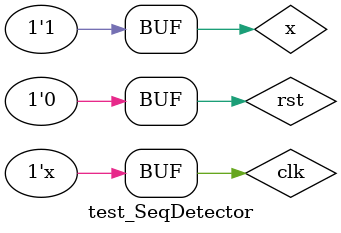
<source format=v>
`timescale 1ns / 1ps

module test_SeqDetector();

    reg clk=0,rst=0,x;
    wire y;
    
    always #10 clk=~clk;
    SeqDetector SD1(rst,clk,x,y);
    
    initial begin
        #5 rst=1;x=0;
        #10 rst=0;
        #8 x=1; #20 x=0; #20 x=1; #10 x=1;
        #8 x=1; #10 x=0; #10 x=1; #10 x=0;
        #8 x=1; #10 x=0; #10 x=0; #10 x=1;
    end

endmodule

</source>
